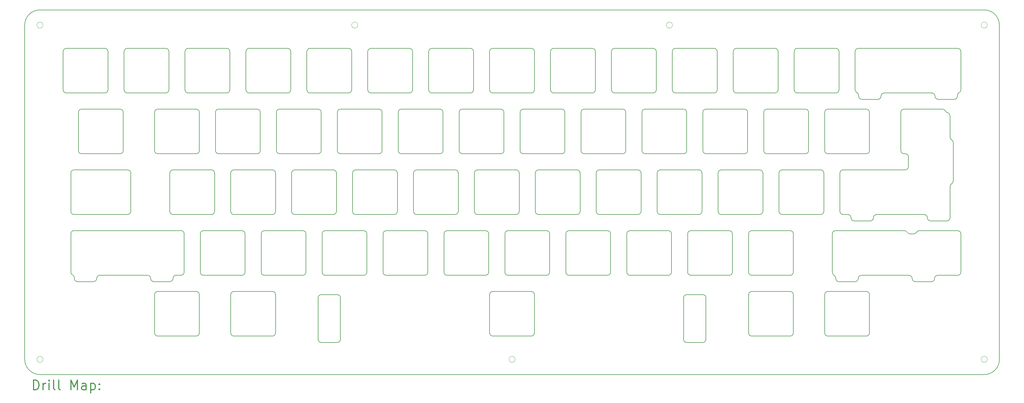
<source format=gbr>
%FSLAX45Y45*%
G04 Gerber Fmt 4.5, Leading zero omitted, Abs format (unit mm)*
G04 Created by KiCad (PCBNEW 5.1.10-88a1d61d58~90~ubuntu21.04.1) date 2021-09-17 14:10:36*
%MOMM*%
%LPD*%
G01*
G04 APERTURE LIST*
%TA.AperFunction,Profile*%
%ADD10C,0.200000*%
%TD*%
%TA.AperFunction,Profile*%
%ADD11C,0.050000*%
%TD*%
%ADD12C,0.200000*%
%ADD13C,0.300000*%
G04 APERTURE END LIST*
D10*
X5783100Y-6568220D02*
X35310600Y-6568220D01*
X5306850Y-17521970D02*
X5306850Y-7044470D01*
X35310600Y-17998220D02*
X5783100Y-17998220D01*
X35786850Y-7044470D02*
X35786850Y-17521970D01*
X30799069Y-11682414D02*
G75*
G02*
X30899069Y-11582414I100000J0D01*
G01*
X10897052Y-14887284D02*
G75*
G02*
X10797052Y-14787284I0J100000D01*
G01*
X24579560Y-12882283D02*
X24579560Y-11682282D01*
X6848925Y-12982283D02*
G75*
G02*
X6748925Y-12882283I0J100000D01*
G01*
X16483305Y-10977282D02*
G75*
G02*
X16383305Y-11077282I-100000J0D01*
G01*
X6610800Y-9172281D02*
G75*
G02*
X6510800Y-9072281I0J100000D01*
G01*
X29242187Y-15392284D02*
G75*
G02*
X29342187Y-15492284I0J-100000D01*
G01*
X29342187Y-16692285D02*
X29342187Y-15492284D01*
X27089561Y-12982283D02*
X28289562Y-12982283D01*
X29370812Y-7872280D02*
X29370812Y-9072281D01*
X19945807Y-9172281D02*
G75*
G02*
X19845807Y-9072281I0J100000D01*
G01*
X25184560Y-12982283D02*
X26384561Y-12982283D01*
X19845807Y-7872280D02*
G75*
G02*
X19945807Y-7772280I100000J0D01*
G01*
X21145808Y-7772280D02*
G75*
G02*
X21245808Y-7872280I0J-100000D01*
G01*
X29342062Y-14787284D02*
G75*
G02*
X29242062Y-14887284I-100000J0D01*
G01*
X16035805Y-7872280D02*
X16035805Y-9072281D01*
X21245808Y-16692285D02*
X21245808Y-15492284D01*
X14578304Y-10977282D02*
G75*
G02*
X14478304Y-11077282I-100000J0D01*
G01*
X13178303Y-9777281D02*
X13178303Y-10977282D01*
X13754554Y-12982283D02*
G75*
G02*
X13654554Y-12882283I0J100000D01*
G01*
X23627059Y-14787284D02*
G75*
G02*
X23527059Y-14887284I-100000J0D01*
G01*
X16135805Y-9172281D02*
G75*
G02*
X16035805Y-9072281I0J100000D01*
G01*
X25432060Y-13487283D02*
G75*
G02*
X25532060Y-13587283I0J-100000D01*
G01*
X26610185Y-16892285D02*
G75*
G02*
X26510185Y-16992285I-100000J0D01*
G01*
X26010184Y-16992285D02*
X26510185Y-16992285D01*
X26010184Y-16992285D02*
G75*
G02*
X25910184Y-16892285I0J100000D01*
G01*
X25532060Y-14787284D02*
X25532060Y-13587283D01*
X34242194Y-13082414D02*
X34242194Y-12103119D01*
X30799069Y-11682414D02*
X30799069Y-12882414D01*
X31145894Y-13082414D02*
X31145894Y-13082414D01*
X34242194Y-9886114D02*
X34242194Y-10556709D01*
X34292194Y-10643312D02*
G75*
G02*
X34342194Y-10729914I-50000J-86603D01*
G01*
X34163216Y-9788348D02*
G75*
G02*
X34242194Y-9886114I-21021J-97766D01*
G01*
X30899069Y-12982414D02*
X31045894Y-12982414D01*
X34242194Y-13082414D02*
G75*
G02*
X34142194Y-13182414I-100000J0D01*
G01*
X16007055Y-14787284D02*
G75*
G02*
X15907055Y-14887284I-100000J0D01*
G01*
X12325803Y-9172281D02*
X13525804Y-9172281D01*
X16612055Y-14887284D02*
X17812056Y-14887284D01*
X12325803Y-9172281D02*
G75*
G02*
X12225803Y-9072281I0J100000D01*
G01*
X13754554Y-12982283D02*
X14954554Y-12982283D01*
X15054554Y-12882283D02*
G75*
G02*
X14954554Y-12982283I-100000J0D01*
G01*
X11373303Y-11077282D02*
X12573303Y-11077282D01*
X23279559Y-12982283D02*
G75*
G02*
X23179559Y-12882283I0J100000D01*
G01*
X20322057Y-13587283D02*
X20322057Y-14787284D01*
X28994562Y-12982283D02*
G75*
G02*
X28894562Y-12882283I0J100000D01*
G01*
X7810801Y-7772280D02*
X6610800Y-7772280D01*
X7810801Y-7772280D02*
G75*
G02*
X7910801Y-7872280I0J-100000D01*
G01*
X27913311Y-10977282D02*
G75*
G02*
X27813311Y-11077282I-100000J0D01*
G01*
X30323313Y-9777281D02*
X30323313Y-10977282D01*
X24579560Y-12882283D02*
G75*
G02*
X24479560Y-12982283I-100000J0D01*
G01*
X11244552Y-12882283D02*
X11244552Y-11682282D01*
X16988306Y-9777281D02*
G75*
G02*
X17088306Y-9677281I100000J0D01*
G01*
X18288306Y-9677281D02*
G75*
G02*
X18388306Y-9777281I0J-100000D01*
G01*
X15083304Y-9777281D02*
G75*
G02*
X15183305Y-9677281I100000J0D01*
G01*
X18893307Y-9777281D02*
G75*
G02*
X18993307Y-9677281I100000J0D01*
G01*
X20293307Y-10977282D02*
X20293307Y-9777281D01*
X15080805Y-15492284D02*
X14581179Y-15492284D01*
X14481179Y-15592284D02*
X14481179Y-16892285D01*
X31623439Y-15392284D02*
G75*
G02*
X31723439Y-15492284I0J-100000D01*
G01*
X14581179Y-16992285D02*
G75*
G02*
X14481179Y-16892285I0J100000D01*
G01*
X9368176Y-15492284D02*
X9368176Y-16692285D01*
X9368176Y-15492284D02*
G75*
G02*
X9468176Y-15392284I100000J0D01*
G01*
X30323313Y-15492284D02*
G75*
G02*
X30423313Y-15392284I100000J0D01*
G01*
X32804069Y-11077414D02*
G75*
G02*
X32704069Y-10977414I0J100000D01*
G01*
X19945807Y-9172281D02*
X21145808Y-9172281D01*
X6748925Y-11682282D02*
X6748925Y-12882283D01*
X11849553Y-12982283D02*
G75*
G02*
X11749553Y-12882283I0J100000D01*
G01*
X19845807Y-7872280D02*
X19845807Y-9072281D01*
X31623313Y-9677281D02*
X30423313Y-9677281D01*
X31723314Y-10977282D02*
X31723314Y-9777281D01*
X27813311Y-9677281D02*
X26613311Y-9677281D01*
X11749428Y-15492284D02*
X11749428Y-16692285D01*
X9815802Y-9072281D02*
X9815802Y-7872280D01*
X12225803Y-7872280D02*
G75*
G02*
X12325803Y-7772280I100000J0D01*
G01*
X13525804Y-7772280D02*
X12325803Y-7772280D01*
X13525804Y-7772280D02*
G75*
G02*
X13625804Y-7872280I0J-100000D01*
G01*
X13625804Y-9072281D02*
X13625804Y-7872280D01*
X17940806Y-7872280D02*
G75*
G02*
X18040806Y-7772280I100000J0D01*
G01*
X6748925Y-11682282D02*
G75*
G02*
X6848925Y-11582282I100000J0D01*
G01*
X25532060Y-14787284D02*
G75*
G02*
X25432060Y-14887284I-100000J0D01*
G01*
X20898308Y-11077282D02*
X22098308Y-11077282D01*
X10668302Y-15392284D02*
X9468176Y-15392284D01*
X14607054Y-13587283D02*
G75*
G02*
X14707054Y-13487283I100000J0D01*
G01*
X15907055Y-13487283D02*
X14707054Y-13487283D01*
X15907055Y-13487283D02*
G75*
G02*
X16007055Y-13587283I0J-100000D01*
G01*
X16007055Y-14787284D02*
X16007055Y-13587283D01*
X26037060Y-13587283D02*
G75*
G02*
X26137060Y-13487283I100000J0D01*
G01*
X31946389Y-12982283D02*
X33433989Y-12982283D01*
X34163215Y-9788348D02*
G75*
G02*
X34094153Y-9733998I21021J97766D01*
G01*
X32842194Y-11077414D02*
X32804069Y-11077414D01*
X34242194Y-12103119D02*
G75*
G02*
X34292194Y-12016516I100000J0D01*
G01*
X33633990Y-13182283D02*
X34142239Y-13182283D01*
X31245894Y-13182414D02*
X31746389Y-13182283D01*
X34004069Y-9677414D02*
G75*
G02*
X34094153Y-9733998I0J-100000D01*
G01*
X32804069Y-9677414D02*
X34004069Y-9677414D01*
X14481179Y-15592284D02*
G75*
G02*
X14581179Y-15492284I100000J0D01*
G01*
X18764557Y-11582282D02*
G75*
G02*
X18864557Y-11682282I0J-100000D01*
G01*
X18864557Y-12882283D02*
G75*
G02*
X18764557Y-12982283I-100000J0D01*
G01*
X15559555Y-11682282D02*
X15559555Y-12882283D01*
X16859556Y-11582282D02*
X15659555Y-11582282D01*
X18517056Y-14887284D02*
G75*
G02*
X18417056Y-14787284I0J100000D01*
G01*
X20798308Y-9777281D02*
G75*
G02*
X20898308Y-9677281I100000J0D01*
G01*
X22098308Y-9677281D02*
G75*
G02*
X22198308Y-9777281I0J-100000D01*
G01*
X29718312Y-9677281D02*
G75*
G02*
X29818312Y-9777281I0J-100000D01*
G01*
X14230804Y-9172281D02*
G75*
G02*
X14130804Y-9072281I0J100000D01*
G01*
X8387051Y-10977282D02*
G75*
G02*
X8287051Y-11077282I-100000J0D01*
G01*
X30423313Y-11077282D02*
G75*
G02*
X30323313Y-10977282I0J100000D01*
G01*
X28042062Y-16792285D02*
G75*
G02*
X27942061Y-16692285I0J100000D01*
G01*
X17088306Y-11077282D02*
G75*
G02*
X16988306Y-10977282I0J100000D01*
G01*
X19817057Y-14787284D02*
G75*
G02*
X19717057Y-14887284I-100000J0D01*
G01*
X13149553Y-12882283D02*
X13149553Y-11682282D01*
X8515801Y-9172281D02*
G75*
G02*
X8415801Y-9072281I0J100000D01*
G01*
X23179559Y-11682282D02*
G75*
G02*
X23279559Y-11582282I100000J0D01*
G01*
X24479560Y-11582282D02*
X23279559Y-11582282D01*
X24479560Y-11582282D02*
G75*
G02*
X24579560Y-11682282I0J-100000D01*
G01*
X25084560Y-11682282D02*
G75*
G02*
X25184560Y-11582282I100000J0D01*
G01*
X26384561Y-11582282D02*
X25184560Y-11582282D01*
X26384561Y-11582282D02*
G75*
G02*
X26484561Y-11682282I0J-100000D01*
G01*
X26484561Y-12882283D02*
X26484561Y-11682282D01*
X28894562Y-11682282D02*
G75*
G02*
X28994562Y-11582282I100000J0D01*
G01*
X30194563Y-11582282D02*
X28994562Y-11582282D01*
X30194563Y-11582282D02*
G75*
G02*
X30294563Y-11682282I0J-100000D01*
G01*
X30294563Y-12882283D02*
X30294563Y-11682282D01*
X8387051Y-10977282D02*
X8387051Y-9777281D01*
X25660810Y-9172281D02*
G75*
G02*
X25560810Y-9072281I0J100000D01*
G01*
X13654554Y-11682282D02*
X13654554Y-12882283D01*
X28894562Y-11682282D02*
X28894562Y-12882283D01*
X7658414Y-14884874D02*
X9146014Y-14884874D01*
X10192839Y-13484874D02*
G75*
G02*
X10292839Y-13584874I0J-100000D01*
G01*
X9946014Y-14984874D02*
X9946014Y-14984874D01*
X9346014Y-15084874D02*
X9846014Y-15084874D01*
X10046014Y-14884874D02*
X10192839Y-14884874D01*
X6958414Y-15084874D02*
G75*
G02*
X6858414Y-14984874I0J100000D01*
G01*
X6804064Y-14873846D02*
G75*
G02*
X6749714Y-14784874I45650J88972D01*
G01*
X34292194Y-10643311D02*
G75*
G02*
X34242194Y-10556709I50000J86603D01*
G01*
X17435806Y-9072281D02*
G75*
G02*
X17335806Y-9172281I-100000J0D01*
G01*
X9468176Y-16792285D02*
G75*
G02*
X9368176Y-16692285I0J100000D01*
G01*
X18388306Y-10977282D02*
X18388306Y-9777281D01*
X21374558Y-12982283D02*
G75*
G02*
X21274558Y-12882283I0J100000D01*
G01*
X20293307Y-10977282D02*
G75*
G02*
X20193307Y-11077282I-100000J0D01*
G01*
X24232059Y-14887284D02*
G75*
G02*
X24132059Y-14787284I0J100000D01*
G01*
X21145808Y-15392284D02*
G75*
G02*
X21245808Y-15492284I0J-100000D01*
G01*
X11749428Y-15492284D02*
G75*
G02*
X11849428Y-15392284I100000J0D01*
G01*
X19846181Y-15492284D02*
G75*
G02*
X19946182Y-15392284I100000J0D01*
G01*
X31623439Y-15392284D02*
X30423313Y-15392284D01*
X25560810Y-7872280D02*
X25560810Y-9072281D01*
X30423313Y-11077282D02*
X31623313Y-11077282D01*
X24132059Y-13587283D02*
X24132059Y-14787284D01*
X26513311Y-9777281D02*
X26513311Y-10977282D01*
X11849428Y-16792285D02*
X13049553Y-16792285D01*
X9368301Y-9777281D02*
G75*
G02*
X9468302Y-9677281I100000J0D01*
G01*
X28042062Y-14887284D02*
X29242062Y-14887284D01*
X18993307Y-11077282D02*
G75*
G02*
X18893307Y-10977282I0J100000D01*
G01*
X7087050Y-11077282D02*
G75*
G02*
X6987050Y-10977282I0J100000D01*
G01*
X24132059Y-13587283D02*
G75*
G02*
X24232059Y-13487283I100000J0D01*
G01*
X6610800Y-9172281D02*
X7810801Y-9172281D01*
X26137060Y-14887284D02*
G75*
G02*
X26037060Y-14787284I0J100000D01*
G01*
X21750808Y-7872280D02*
X21750808Y-9072281D01*
X15430805Y-7772280D02*
X14230804Y-7772280D01*
X31723439Y-16692285D02*
G75*
G02*
X31623439Y-16792285I-100000J0D01*
G01*
X15659555Y-12982283D02*
X16859556Y-12982283D01*
X14707054Y-14887284D02*
G75*
G02*
X14607054Y-14787284I0J100000D01*
G01*
X13149554Y-16692285D02*
G75*
G02*
X13049553Y-16792285I-100000J0D01*
G01*
X26484561Y-12882283D02*
G75*
G02*
X26384561Y-12982283I-100000J0D01*
G01*
X9944552Y-12982283D02*
X11144552Y-12982283D01*
X9944552Y-12982283D02*
G75*
G02*
X9844552Y-12882283I0J100000D01*
G01*
X18040806Y-9172281D02*
G75*
G02*
X17940806Y-9072281I0J100000D01*
G01*
X14130804Y-7872280D02*
X14130804Y-9072281D01*
X11273302Y-9777281D02*
X11273302Y-10977282D01*
X17564556Y-12982283D02*
G75*
G02*
X17464556Y-12882283I0J100000D01*
G01*
X21374558Y-12982283D02*
X22574559Y-12982283D01*
X32942194Y-11482414D02*
X32942194Y-11177414D01*
X32942194Y-11482414D02*
G75*
G02*
X32842194Y-11582414I-100000J0D01*
G01*
X31846389Y-13082283D02*
G75*
G02*
X31746389Y-13182283I-100000J0D01*
G01*
X31846389Y-13082283D02*
G75*
G02*
X31946389Y-12982283I100000J0D01*
G01*
X34342194Y-10729914D02*
X34342194Y-11929914D01*
X33633990Y-13182283D02*
G75*
G02*
X33533989Y-13082283I0J100000D01*
G01*
X34342194Y-11929914D02*
G75*
G02*
X34292194Y-12016516I-100000J0D01*
G01*
X33433989Y-12982283D02*
G75*
G02*
X33533989Y-13082283I0J-100000D01*
G01*
X12702053Y-13587283D02*
G75*
G02*
X12802053Y-13487283I100000J0D01*
G01*
X6848925Y-12982283D02*
X8525176Y-12982283D01*
X12097053Y-13487283D02*
X10897052Y-13487283D01*
X12802053Y-14887284D02*
G75*
G02*
X12702053Y-14787284I0J100000D01*
G01*
X29470812Y-9172281D02*
G75*
G02*
X29370812Y-9072281I0J100000D01*
G01*
X28865812Y-9072281D02*
G75*
G02*
X28765812Y-9172281I-100000J0D01*
G01*
X14607054Y-13587283D02*
X14607054Y-14787284D01*
X9468176Y-16792285D02*
X10668302Y-16792285D01*
X26037060Y-13587283D02*
X26037060Y-14787284D01*
X19946182Y-16792285D02*
G75*
G02*
X19846182Y-16692285I0J100000D01*
G01*
X8625176Y-12882283D02*
G75*
G02*
X8525176Y-12982283I-100000J0D01*
G01*
X30615950Y-14887482D02*
G75*
G02*
X30670138Y-14987284I-64812J-99802D01*
G01*
X30560939Y-13587283D02*
G75*
G02*
X30660939Y-13487283I100000J0D01*
G01*
X34480940Y-13487283D02*
X33280939Y-13487283D01*
X32987144Y-13587283D02*
G75*
G02*
X32900542Y-13537283I0J100000D01*
G01*
X30615889Y-14887577D02*
G75*
G02*
X30560938Y-14787284I64049J100293D01*
G01*
X33757740Y-14987284D02*
G75*
G02*
X33657740Y-15087284I-100000J0D01*
G01*
X31370138Y-14987284D02*
G75*
G02*
X31270138Y-15087284I-100000J0D01*
G01*
X31470138Y-14887284D02*
X32957739Y-14887284D01*
X31723439Y-16692285D02*
X31723439Y-15492284D01*
X13049553Y-15392284D02*
X11849428Y-15392284D01*
X19846182Y-15492284D02*
X19846182Y-16692285D01*
X10668302Y-15392284D02*
G75*
G02*
X10768302Y-15492284I0J-100000D01*
G01*
X13049553Y-15392284D02*
G75*
G02*
X13149553Y-15492284I0J-100000D01*
G01*
X21145808Y-15392284D02*
X19946182Y-15392284D01*
X25184560Y-12982283D02*
G75*
G02*
X25084560Y-12882283I0J100000D01*
G01*
X25910184Y-15592284D02*
X25910184Y-16892285D01*
X26960811Y-9072281D02*
X26960811Y-7872280D01*
X21145808Y-7772280D02*
X19945807Y-7772280D01*
X26989561Y-11682282D02*
G75*
G02*
X27089561Y-11582282I100000J0D01*
G01*
X21245808Y-9072281D02*
X21245808Y-7872280D01*
X8415801Y-7872280D02*
G75*
G02*
X8515801Y-7772280I100000J0D01*
G01*
X9715802Y-7772280D02*
X8515801Y-7772280D01*
X9715802Y-7772280D02*
G75*
G02*
X9815802Y-7872280I0J-100000D01*
G01*
X9146014Y-14884874D02*
G75*
G02*
X9246014Y-14984874I0J-100000D01*
G01*
X6858414Y-14984874D02*
X6858414Y-14962819D01*
X7558414Y-14984874D02*
G75*
G02*
X7658414Y-14884874I100000J0D01*
G01*
X6849714Y-13484874D02*
X10192839Y-13484874D01*
X9346014Y-15084874D02*
G75*
G02*
X9246014Y-14984874I0J100000D01*
G01*
X10292839Y-14784874D02*
G75*
G02*
X10192839Y-14884874I-100000J0D01*
G01*
X6958414Y-15084874D02*
X7458414Y-15084874D01*
X7558414Y-14984874D02*
G75*
G02*
X7458414Y-15084874I-100000J0D01*
G01*
X34580940Y-14787284D02*
X34580940Y-13587283D01*
X30770138Y-15087284D02*
G75*
G02*
X30670138Y-14987284I0J100000D01*
G01*
X33157739Y-15087284D02*
X33657740Y-15087284D01*
X33857740Y-14887284D02*
X34480940Y-14887284D01*
X33157739Y-15087284D02*
G75*
G02*
X33057739Y-14987284I0J100000D01*
G01*
X33107734Y-13587283D02*
X32987144Y-13587283D01*
X34480940Y-13487283D02*
G75*
G02*
X34580940Y-13587283I0J-100000D01*
G01*
X31370138Y-14987284D02*
G75*
G02*
X31470138Y-14887284I100000J0D01*
G01*
X10768302Y-10977282D02*
X10768302Y-9777281D01*
X10768302Y-10977282D02*
G75*
G02*
X10668302Y-11077282I-100000J0D01*
G01*
X9468302Y-11077282D02*
X10668302Y-11077282D01*
X16988306Y-9777281D02*
X16988306Y-10977282D01*
X18288306Y-9677281D02*
X17088306Y-9677281D01*
X15083305Y-9777281D02*
X15083305Y-10977282D01*
X16383305Y-9677281D02*
G75*
G02*
X16483305Y-9777281I0J-100000D01*
G01*
X20193307Y-9677281D02*
G75*
G02*
X20293307Y-9777281I0J-100000D01*
G01*
X13178303Y-9777281D02*
G75*
G02*
X13278304Y-9677281I100000J0D01*
G01*
X12225803Y-7872280D02*
X12225803Y-9072281D01*
X6749714Y-13584874D02*
X6749714Y-14784874D01*
X9246014Y-14984874D02*
X9246014Y-14984874D01*
X6804064Y-14873846D02*
G75*
G02*
X6858414Y-14962819I-45650J-88972D01*
G01*
X10292839Y-13584874D02*
X10292839Y-14784874D01*
X7558414Y-14984874D02*
X7558414Y-14984874D01*
X6749714Y-13584874D02*
G75*
G02*
X6849714Y-13484874I100000J0D01*
G01*
X9946014Y-14984874D02*
G75*
G02*
X9846014Y-15084874I-100000J0D01*
G01*
X9946014Y-14984874D02*
G75*
G02*
X10046014Y-14884874I100000J0D01*
G01*
X31384513Y-9250225D02*
X31384513Y-9272281D01*
X34580813Y-9072281D02*
X34580813Y-7872280D01*
X33872115Y-9372281D02*
X34372115Y-9372281D01*
X34526463Y-9161253D02*
G75*
G03*
X34472113Y-9250225I45650J-88972D01*
G01*
X31330163Y-9161252D02*
G75*
G02*
X31275813Y-9072280I45650J88972D01*
G01*
X34480315Y-7772280D02*
X31375314Y-7772280D01*
X34472115Y-9272281D02*
G75*
G02*
X34372115Y-9372281I-100000J0D01*
G01*
X33857740Y-14887284D02*
G75*
G03*
X33757740Y-14987284I0J-100000D01*
G01*
X29818312Y-10977282D02*
X29818312Y-9777281D01*
X24608310Y-9777281D02*
G75*
G02*
X24708310Y-9677281I100000J0D01*
G01*
X25908310Y-9677281D02*
X24708310Y-9677281D01*
X25908310Y-9677281D02*
G75*
G02*
X26008310Y-9777281I0J-100000D01*
G01*
X22703309Y-9777281D02*
G75*
G02*
X22803309Y-9677281I100000J0D01*
G01*
X24003309Y-9677281D02*
X22803309Y-9677281D01*
X24003309Y-9677281D02*
G75*
G02*
X24103309Y-9777281I0J-100000D01*
G01*
X24103309Y-10977282D02*
X24103309Y-9777281D01*
X16483305Y-10977282D02*
X16483305Y-9777281D01*
X18388306Y-10977282D02*
G75*
G02*
X18288306Y-11077282I-100000J0D01*
G01*
X30423313Y-16792285D02*
G75*
G02*
X30323313Y-16692285I0J100000D01*
G01*
X19240807Y-7772280D02*
X18040806Y-7772280D01*
X19240807Y-7772280D02*
G75*
G02*
X19340807Y-7872280I0J-100000D01*
G01*
X19340807Y-9072281D02*
X19340807Y-7872280D01*
X15430805Y-7772280D02*
G75*
G02*
X15530805Y-7872280I0J-100000D01*
G01*
X15530805Y-9072281D02*
X15530805Y-7872280D01*
X15530805Y-9072281D02*
G75*
G02*
X15430805Y-9172281I-100000J0D01*
G01*
X14230804Y-9172281D02*
X15430805Y-9172281D01*
X16035805Y-7872280D02*
G75*
G02*
X16135805Y-7772280I100000J0D01*
G01*
X17335806Y-7772280D02*
X16135805Y-7772280D01*
X17335806Y-7772280D02*
G75*
G02*
X17435806Y-7872280I0J-100000D01*
G01*
X17435806Y-9072281D02*
X17435806Y-7872280D01*
X21750808Y-7872280D02*
G75*
G02*
X21850808Y-7772280I100000J0D01*
G01*
X23050809Y-7772280D02*
X21850808Y-7772280D01*
X23050809Y-7772280D02*
G75*
G02*
X23150809Y-7872280I0J-100000D01*
G01*
X23150809Y-9072281D02*
X23150809Y-7872280D01*
X11620803Y-7772280D02*
G75*
G02*
X11720803Y-7872280I0J-100000D01*
G01*
X8525176Y-11582282D02*
G75*
G02*
X8625176Y-11682282I0J-100000D01*
G01*
X26008310Y-10977282D02*
G75*
G02*
X25908310Y-11077282I-100000J0D01*
G01*
X16383305Y-9677281D02*
X15183305Y-9677281D01*
X20193307Y-9677281D02*
X18993307Y-9677281D01*
X32957739Y-14887284D02*
G75*
G02*
X33057739Y-14987284I0J-100000D01*
G01*
X32813939Y-13487283D02*
X30660939Y-13487283D01*
X30560938Y-13587283D02*
X30560938Y-14787284D01*
X32813939Y-13487283D02*
G75*
G02*
X32900542Y-13537283I0J-100000D01*
G01*
X30770138Y-15087284D02*
X31270138Y-15087284D01*
X33194337Y-13537283D02*
G75*
G02*
X33280939Y-13487283I86603J-50000D01*
G01*
X34580940Y-14787284D02*
G75*
G02*
X34480940Y-14887284I-100000J0D01*
G01*
X33107734Y-13587283D02*
G75*
G03*
X33194337Y-13537283I0J100000D01*
G01*
X8515801Y-9172281D02*
X9715802Y-9172281D01*
X26989561Y-11682282D02*
X26989561Y-12882283D01*
X27465811Y-7872280D02*
G75*
G02*
X27565811Y-7772280I100000J0D01*
G01*
X28765812Y-7772280D02*
X27565811Y-7772280D01*
X28765812Y-7772280D02*
G75*
G02*
X28865812Y-7872280I0J-100000D01*
G01*
X28865812Y-9072281D02*
X28865812Y-7872280D01*
X15183305Y-11077282D02*
X16383305Y-11077282D01*
X29342187Y-16692285D02*
G75*
G02*
X29242187Y-16792285I-100000J0D01*
G01*
X28042062Y-16792285D02*
X29242187Y-16792285D01*
X10668302Y-9677281D02*
X9468302Y-9677281D01*
X10768302Y-16692285D02*
G75*
G02*
X10668302Y-16792285I-100000J0D01*
G01*
X8525176Y-11582282D02*
X6848925Y-11582282D01*
X8625176Y-12882283D02*
X8625176Y-11682282D01*
X31723314Y-10977282D02*
G75*
G02*
X31623313Y-11077282I-100000J0D01*
G01*
X14581179Y-16992285D02*
X15080805Y-16992285D01*
X25432060Y-13487283D02*
X24232059Y-13487283D01*
X20422057Y-14887284D02*
X21622058Y-14887284D01*
X24708310Y-11077282D02*
X25908310Y-11077282D01*
X24103309Y-10977282D02*
G75*
G02*
X24003309Y-11077282I-100000J0D01*
G01*
X20769558Y-12882283D02*
G75*
G02*
X20669558Y-12982283I-100000J0D01*
G01*
X24608310Y-9777281D02*
X24608310Y-10977282D01*
X12197053Y-14787284D02*
X12197053Y-13587283D01*
X10897052Y-14887284D02*
X12097053Y-14887284D01*
X16959556Y-12882283D02*
G75*
G02*
X16859556Y-12982283I-100000J0D01*
G01*
X9468302Y-11077282D02*
G75*
G02*
X9368302Y-10977282I0J100000D01*
G01*
X28994562Y-12982283D02*
X30194563Y-12982283D01*
X22803309Y-11077282D02*
G75*
G02*
X22703309Y-10977282I0J100000D01*
G01*
X16959556Y-12882283D02*
X16959556Y-11682282D01*
X31330163Y-9161252D02*
G75*
G02*
X31384513Y-9250225I-45650J-88972D01*
G01*
X32184514Y-9172281D02*
X33672115Y-9172281D01*
X32084514Y-9272281D02*
G75*
G02*
X31984514Y-9372281I-100000J0D01*
G01*
X31275813Y-7872280D02*
G75*
G02*
X31375813Y-7772280I100000J0D01*
G01*
X32084514Y-9272281D02*
G75*
G02*
X32184514Y-9172281I100000J0D01*
G01*
X33672115Y-9172281D02*
G75*
G02*
X33772115Y-9272281I0J-100000D01*
G01*
X31484513Y-9372281D02*
X31984514Y-9372281D01*
X34526463Y-9161253D02*
G75*
G03*
X34580813Y-9072281I-45650J88972D01*
G01*
X31484513Y-9372281D02*
G75*
G02*
X31384513Y-9272281I0J100000D01*
G01*
X31275813Y-7872280D02*
X31275813Y-9072280D01*
X33872115Y-9372281D02*
G75*
G02*
X33772115Y-9272281I0J100000D01*
G01*
X34480813Y-7772280D02*
G75*
G02*
X34580813Y-7872280I0J-100000D01*
G01*
X34472113Y-9250225D02*
X34472115Y-9272281D01*
X29370812Y-7872280D02*
G75*
G02*
X29470812Y-7772280I100000J0D01*
G01*
X17812056Y-13487283D02*
X16612055Y-13487283D01*
X17912056Y-14787284D02*
X17912056Y-13587283D01*
X23527059Y-13487283D02*
G75*
G02*
X23627059Y-13587283I0J-100000D01*
G01*
X23627059Y-14787284D02*
X23627059Y-13587283D01*
X30770813Y-9072281D02*
X30770813Y-7872280D01*
X25560810Y-7872280D02*
G75*
G02*
X25660810Y-7772280I100000J0D01*
G01*
X15080805Y-15492284D02*
G75*
G02*
X15180805Y-15592284I0J-100000D01*
G01*
X26860811Y-7772280D02*
X25660810Y-7772280D01*
X26860811Y-7772280D02*
G75*
G02*
X26960811Y-7872280I0J-100000D01*
G01*
X17464556Y-11682282D02*
X17464556Y-12882283D01*
X16512055Y-13587283D02*
X16512055Y-14787284D01*
X28518312Y-11077282D02*
X29718312Y-11077282D01*
X11849428Y-16792285D02*
G75*
G02*
X11749428Y-16692285I0J100000D01*
G01*
X27942061Y-15492284D02*
X27942061Y-16692285D01*
X22198309Y-10977282D02*
G75*
G02*
X22098308Y-11077282I-100000J0D01*
G01*
X28518312Y-11077282D02*
G75*
G02*
X28418312Y-10977282I0J100000D01*
G01*
X7910801Y-9072281D02*
X7910801Y-7872280D01*
X28418312Y-9777281D02*
G75*
G02*
X28518312Y-9677281I100000J0D01*
G01*
X14102054Y-14787284D02*
G75*
G02*
X14002054Y-14887284I-100000J0D01*
G01*
X27337061Y-13487283D02*
X26137060Y-13487283D01*
X19817057Y-14787284D02*
X19817057Y-13587283D01*
X13625804Y-9072281D02*
G75*
G02*
X13525804Y-9172281I-100000J0D01*
G01*
X19369557Y-11682282D02*
X19369557Y-12882283D01*
X23755809Y-9172281D02*
G75*
G02*
X23655809Y-9072281I0J100000D01*
G01*
X15183305Y-11077282D02*
G75*
G02*
X15083305Y-10977282I0J100000D01*
G01*
X11620803Y-7772280D02*
X10420802Y-7772280D01*
X15180805Y-16892285D02*
G75*
G02*
X15080805Y-16992285I-100000J0D01*
G01*
X16612055Y-14887284D02*
G75*
G02*
X16512055Y-14787284I0J100000D01*
G01*
X22574559Y-11582282D02*
X21374558Y-11582282D01*
X22574559Y-11582282D02*
G75*
G02*
X22674559Y-11682282I0J-100000D01*
G01*
X11749553Y-11682282D02*
X11749553Y-12882283D01*
X11749553Y-11682282D02*
G75*
G02*
X11849553Y-11582282I100000J0D01*
G01*
X13049553Y-11582282D02*
X11849553Y-11582282D01*
X30770813Y-9072281D02*
G75*
G02*
X30670813Y-9172281I-100000J0D01*
G01*
X13049553Y-11582282D02*
G75*
G02*
X13149553Y-11682282I0J-100000D01*
G01*
X13654554Y-11682282D02*
G75*
G02*
X13754554Y-11582282I100000J0D01*
G01*
X14954554Y-11582282D02*
X13754554Y-11582282D01*
X14954554Y-11582282D02*
G75*
G02*
X15054554Y-11682282I0J-100000D01*
G01*
X15054554Y-12882283D02*
X15054554Y-11682282D01*
X18764557Y-11582282D02*
X17564556Y-11582282D01*
X12702053Y-13587283D02*
X12702053Y-14787284D01*
X22803309Y-11077282D02*
X24003309Y-11077282D01*
X26137060Y-14887284D02*
X27337061Y-14887284D01*
X8415801Y-7872280D02*
X8415801Y-9072281D01*
X18993307Y-11077282D02*
X20193307Y-11077282D01*
X10320802Y-7872280D02*
X10320802Y-9072281D01*
X13278304Y-11077282D02*
X14478304Y-11077282D01*
X14478304Y-9677281D02*
X13278304Y-9677281D01*
X14478304Y-9677281D02*
G75*
G02*
X14578304Y-9777281I0J-100000D01*
G01*
X14578304Y-10977282D02*
X14578304Y-9777281D01*
X11273302Y-9777281D02*
G75*
G02*
X11373303Y-9677281I100000J0D01*
G01*
X12573303Y-9677281D02*
X11373303Y-9677281D01*
X12573303Y-9677281D02*
G75*
G02*
X12673303Y-9777281I0J-100000D01*
G01*
X12673303Y-10977282D02*
X12673303Y-9777281D01*
X23655809Y-7872280D02*
G75*
G02*
X23755809Y-7772280I100000J0D01*
G01*
X24955810Y-7772280D02*
X23755809Y-7772280D01*
X24955810Y-7772280D02*
G75*
G02*
X25055810Y-7872280I0J-100000D01*
G01*
X25055810Y-9072281D02*
X25055810Y-7872280D01*
X29818313Y-10977282D02*
G75*
G02*
X29718312Y-11077282I-100000J0D01*
G01*
X21850808Y-9172281D02*
X23050809Y-9172281D01*
X14002054Y-13487283D02*
X12802053Y-13487283D01*
X26613311Y-11077282D02*
X27813311Y-11077282D01*
X11373303Y-11077282D02*
G75*
G02*
X11273302Y-10977282I0J100000D01*
G01*
X22703309Y-9777281D02*
X22703309Y-10977282D01*
X32704069Y-9777414D02*
G75*
G02*
X32804069Y-9677414I100000J0D01*
G01*
X18417056Y-13587283D02*
X18417056Y-14787284D01*
X9815802Y-9072281D02*
G75*
G02*
X9715802Y-9172281I-100000J0D01*
G01*
X22674559Y-12882283D02*
G75*
G02*
X22574559Y-12982283I-100000J0D01*
G01*
X19946182Y-16792285D02*
X21145808Y-16792285D01*
X10797052Y-13587283D02*
X10797052Y-14787284D01*
X32704069Y-9777414D02*
X32704069Y-10977414D01*
X11720803Y-9072281D02*
X11720803Y-7872280D01*
X11720803Y-9072281D02*
G75*
G02*
X11620803Y-9172281I-100000J0D01*
G01*
X10420802Y-9172281D02*
X11620803Y-9172281D01*
X17940806Y-7872280D02*
X17940806Y-9072281D01*
X13278304Y-11077282D02*
G75*
G02*
X13178303Y-10977282I0J100000D01*
G01*
X13149553Y-12882283D02*
G75*
G02*
X13049553Y-12982283I-100000J0D01*
G01*
X11849553Y-12982283D02*
X13049553Y-12982283D01*
X18893307Y-9777281D02*
X18893307Y-10977282D01*
X14130804Y-7872280D02*
G75*
G02*
X14230804Y-7772280I100000J0D01*
G01*
X30670813Y-7772280D02*
X29470812Y-7772280D01*
X30670813Y-7772280D02*
G75*
G02*
X30770813Y-7872280I0J-100000D01*
G01*
X22227059Y-13587283D02*
G75*
G02*
X22327059Y-13487283I100000J0D01*
G01*
X21622058Y-13487283D02*
X20422057Y-13487283D01*
X21722058Y-14787284D02*
X21722058Y-13587283D01*
X29242062Y-13487283D02*
X28042062Y-13487283D01*
X10797052Y-13587283D02*
G75*
G02*
X10897052Y-13487283I100000J0D01*
G01*
X14707054Y-14887284D02*
X15907055Y-14887284D01*
X6510800Y-7872280D02*
G75*
G02*
X6610800Y-7772280I100000J0D01*
G01*
X18864557Y-12882283D02*
X18864557Y-11682282D01*
X17564556Y-12982283D02*
X18764557Y-12982283D01*
X15559555Y-11682282D02*
G75*
G02*
X15659555Y-11582282I100000J0D01*
G01*
X16859556Y-11582282D02*
G75*
G02*
X16959556Y-11682282I0J-100000D01*
G01*
X26610185Y-16892285D02*
X26610185Y-15592284D01*
X22098308Y-9677281D02*
X20898308Y-9677281D01*
X22198308Y-10977282D02*
X22198308Y-9777281D01*
X29718312Y-9677281D02*
X28518312Y-9677281D01*
X27565811Y-9172281D02*
X28765812Y-9172281D01*
X22327059Y-14887284D02*
X23527059Y-14887284D01*
X15659555Y-12982283D02*
G75*
G02*
X15559555Y-12882283I0J100000D01*
G01*
X11244552Y-12882283D02*
G75*
G02*
X11144552Y-12982283I-100000J0D01*
G01*
X31045894Y-12982414D02*
G75*
G02*
X31145894Y-13082414I0J-100000D01*
G01*
X28042062Y-14887284D02*
G75*
G02*
X27942061Y-14787284I0J100000D01*
G01*
X7910801Y-9072281D02*
G75*
G02*
X7810801Y-9172281I-100000J0D01*
G01*
X10768302Y-16692285D02*
X10768302Y-15492284D01*
X27942061Y-15492284D02*
G75*
G02*
X28042062Y-15392284I100000J0D01*
G01*
X23755809Y-9172281D02*
X24955810Y-9172281D01*
X26008310Y-10977282D02*
X26008310Y-9777281D01*
X7087050Y-11077282D02*
X8287051Y-11077282D01*
X19469557Y-12982283D02*
X20669558Y-12982283D01*
X25055810Y-9072281D02*
G75*
G02*
X24955810Y-9172281I-100000J0D01*
G01*
X24708310Y-11077282D02*
G75*
G02*
X24608310Y-10977282I0J100000D01*
G01*
X30899069Y-12982414D02*
G75*
G02*
X30799069Y-12882414I0J100000D01*
G01*
X22227058Y-13587283D02*
X22227058Y-14787284D01*
X18417056Y-13587283D02*
G75*
G02*
X18517056Y-13487283I100000J0D01*
G01*
X24232059Y-14887284D02*
X25432060Y-14887284D01*
X19717057Y-13487283D02*
X18517056Y-13487283D01*
X27337061Y-13487283D02*
G75*
G02*
X27437061Y-13587283I0J-100000D01*
G01*
X13149553Y-16692285D02*
X13149553Y-15492284D01*
X16512055Y-13587283D02*
G75*
G02*
X16612055Y-13487283I100000J0D01*
G01*
X17812056Y-13487283D02*
G75*
G02*
X17912056Y-13587283I0J-100000D01*
G01*
X23527059Y-13487283D02*
X22327059Y-13487283D01*
X20322057Y-13587283D02*
G75*
G02*
X20422057Y-13487283I100000J0D01*
G01*
X21622058Y-13487283D02*
G75*
G02*
X21722058Y-13587283I0J-100000D01*
G01*
X27942062Y-13587283D02*
G75*
G02*
X28042062Y-13487283I100000J0D01*
G01*
X23655809Y-7872280D02*
X23655809Y-9072281D01*
X26510185Y-15492284D02*
G75*
G02*
X26610185Y-15592284I0J-100000D01*
G01*
X23279559Y-12982283D02*
X24479560Y-12982283D01*
X29470812Y-9172281D02*
X30670813Y-9172281D01*
X20898308Y-11077282D02*
G75*
G02*
X20798308Y-10977282I0J100000D01*
G01*
X30323313Y-15492284D02*
X30323313Y-16692285D01*
X26613311Y-11077282D02*
G75*
G02*
X26513311Y-10977282I0J100000D01*
G01*
X19340807Y-9072281D02*
G75*
G02*
X19240807Y-9172281I-100000J0D01*
G01*
X27437061Y-14787284D02*
G75*
G02*
X27337061Y-14887284I-100000J0D01*
G01*
X26960811Y-9072281D02*
G75*
G02*
X26860811Y-9172281I-100000J0D01*
G01*
X23150809Y-9072281D02*
G75*
G02*
X23050809Y-9172281I-100000J0D01*
G01*
X25660810Y-9172281D02*
X26860811Y-9172281D01*
X32842194Y-11077414D02*
G75*
G02*
X32942194Y-11177414I0J-100000D01*
G01*
X30899069Y-11582414D02*
X32842194Y-11582414D01*
X29242187Y-15392284D02*
X28042062Y-15392284D01*
X21722058Y-14787284D02*
G75*
G02*
X21622058Y-14887284I-100000J0D01*
G01*
X12673303Y-10977282D02*
G75*
G02*
X12573303Y-11077282I-100000J0D01*
G01*
X6510800Y-7872280D02*
X6510800Y-9072281D01*
X27942061Y-13587283D02*
X27942061Y-14787284D01*
X27465811Y-7872280D02*
X27465811Y-9072281D01*
X28389562Y-12882283D02*
G75*
G02*
X28289562Y-12982283I-100000J0D01*
G01*
X19469557Y-12982283D02*
G75*
G02*
X19369557Y-12882283I0J100000D01*
G01*
X30323313Y-9777281D02*
G75*
G02*
X30423313Y-9677281I100000J0D01*
G01*
X31623313Y-9677281D02*
G75*
G02*
X31723314Y-9777281I0J-100000D01*
G01*
X26513311Y-9777281D02*
G75*
G02*
X26613311Y-9677281I100000J0D01*
G01*
X27813311Y-9677281D02*
G75*
G02*
X27913311Y-9777281I0J-100000D01*
G01*
X27913311Y-10977282D02*
X27913311Y-9777281D01*
X6987050Y-9777281D02*
X6987050Y-10977282D01*
X6987050Y-9777281D02*
G75*
G02*
X7087050Y-9677281I100000J0D01*
G01*
X8287051Y-9677281D02*
X7087050Y-9677281D01*
X8287051Y-9677281D02*
G75*
G02*
X8387051Y-9777281I0J-100000D01*
G01*
X10668302Y-9677281D02*
G75*
G02*
X10768302Y-9777281I0J-100000D01*
G01*
X9844552Y-11682282D02*
X9844552Y-12882283D01*
X9844552Y-11682282D02*
G75*
G02*
X9944552Y-11582282I100000J0D01*
G01*
X11144552Y-11582282D02*
X9944552Y-11582282D01*
X11144552Y-11582282D02*
G75*
G02*
X11244552Y-11682282I0J-100000D01*
G01*
X19717057Y-13487283D02*
G75*
G02*
X19817057Y-13587283I0J-100000D01*
G01*
X27437061Y-14787284D02*
X27437061Y-13587283D01*
X9368302Y-9777281D02*
X9368302Y-10977282D01*
X17088306Y-11077282D02*
X18288306Y-11077282D01*
X25910184Y-15592284D02*
G75*
G02*
X26010184Y-15492284I100000J0D01*
G01*
X25084560Y-11682282D02*
X25084560Y-12882283D01*
X29242062Y-13487283D02*
G75*
G02*
X29342062Y-13587283I0J-100000D01*
G01*
X29342062Y-14787284D02*
X29342062Y-13587283D01*
X14002054Y-13487283D02*
G75*
G02*
X14102054Y-13587283I0J-100000D01*
G01*
X14102054Y-14787284D02*
X14102054Y-13587283D01*
X12802053Y-14887284D02*
X14002054Y-14887284D01*
X12097053Y-13487283D02*
G75*
G02*
X12197053Y-13587283I0J-100000D01*
G01*
X12197053Y-14787284D02*
G75*
G02*
X12097053Y-14887284I-100000J0D01*
G01*
X28289562Y-11582282D02*
X27089561Y-11582282D01*
X28289562Y-11582282D02*
G75*
G02*
X28389562Y-11682282I0J-100000D01*
G01*
X28389562Y-12882283D02*
X28389562Y-11682282D01*
X23179559Y-11682282D02*
X23179559Y-12882283D01*
X21245808Y-16692285D02*
G75*
G02*
X21145808Y-16792285I-100000J0D01*
G01*
X18040806Y-9172281D02*
X19240807Y-9172281D01*
X17912056Y-14787284D02*
G75*
G02*
X17812056Y-14887284I-100000J0D01*
G01*
X30423313Y-16792285D02*
X31623439Y-16792285D01*
X19369557Y-11682282D02*
G75*
G02*
X19469557Y-11582282I100000J0D01*
G01*
X20669558Y-11582282D02*
X19469557Y-11582282D01*
X20669558Y-11582282D02*
G75*
G02*
X20769558Y-11682282I0J-100000D01*
G01*
X15180805Y-16892285D02*
X15180805Y-15592284D01*
X20769558Y-12882283D02*
X20769558Y-11682282D01*
X18517056Y-14887284D02*
X19717057Y-14887284D01*
X21274558Y-11682282D02*
X21274558Y-12882283D01*
X30294563Y-12882283D02*
G75*
G02*
X30194563Y-12982283I-100000J0D01*
G01*
X21274558Y-11682282D02*
G75*
G02*
X21374558Y-11582282I100000J0D01*
G01*
X21850808Y-9172281D02*
G75*
G02*
X21750808Y-9072281I0J100000D01*
G01*
X21245808Y-9072281D02*
G75*
G02*
X21145808Y-9172281I-100000J0D01*
G01*
X20422057Y-14887284D02*
G75*
G02*
X20322057Y-14787284I0J100000D01*
G01*
X17464556Y-11682282D02*
G75*
G02*
X17564556Y-11582282I100000J0D01*
G01*
X27089561Y-12982283D02*
G75*
G02*
X26989561Y-12882283I0J100000D01*
G01*
X22674559Y-12882283D02*
X22674559Y-11682282D01*
X10320802Y-7872280D02*
G75*
G02*
X10420802Y-7772280I100000J0D01*
G01*
X20798308Y-9777281D02*
X20798308Y-10977282D01*
X10420802Y-9172281D02*
G75*
G02*
X10320802Y-9072281I0J100000D01*
G01*
X16135805Y-9172281D02*
X17335806Y-9172281D01*
X22327059Y-14887284D02*
G75*
G02*
X22227058Y-14787284I0J100000D01*
G01*
X28418312Y-9777281D02*
X28418312Y-10977282D01*
X27565811Y-9172281D02*
G75*
G02*
X27465811Y-9072281I0J100000D01*
G01*
X26510185Y-15492284D02*
X26010184Y-15492284D01*
X31245894Y-13182414D02*
G75*
G02*
X31145894Y-13082414I0J100000D01*
G01*
D11*
X25563270Y-7044470D02*
G75*
G03*
X25563270Y-7044470I-95000J0D01*
G01*
X35405600Y-7044470D02*
G75*
G03*
X35405600Y-7044470I-95000J0D01*
G01*
X15720940Y-7044470D02*
G75*
G03*
X15720940Y-7044470I-95000J0D01*
G01*
D10*
X35310600Y-6568220D02*
G75*
G02*
X35786850Y-7044470I0J-476250D01*
G01*
X35786850Y-17521970D02*
G75*
G02*
X35310600Y-17998220I-476250J0D01*
G01*
X5783100Y-17998220D02*
G75*
G02*
X5306850Y-17521970I0J476250D01*
G01*
X5306850Y-7044470D02*
G75*
G02*
X5783100Y-6568220I476250J0D01*
G01*
D11*
X5878100Y-17521970D02*
G75*
G03*
X5878100Y-17521970I-95000J0D01*
G01*
X35405600Y-17521970D02*
G75*
G03*
X35405600Y-17521970I-95000J0D01*
G01*
X20642110Y-17521970D02*
G75*
G03*
X20642110Y-17521970I-95000J0D01*
G01*
X5878100Y-7044470D02*
G75*
G03*
X5878100Y-7044470I-95000J0D01*
G01*
D12*
D13*
X5583278Y-18473934D02*
X5583278Y-18173934D01*
X5654707Y-18173934D01*
X5697564Y-18188220D01*
X5726136Y-18216792D01*
X5740421Y-18245363D01*
X5754707Y-18302506D01*
X5754707Y-18345363D01*
X5740421Y-18402506D01*
X5726136Y-18431077D01*
X5697564Y-18459649D01*
X5654707Y-18473934D01*
X5583278Y-18473934D01*
X5883278Y-18473934D02*
X5883278Y-18273934D01*
X5883278Y-18331077D02*
X5897564Y-18302506D01*
X5911850Y-18288220D01*
X5940421Y-18273934D01*
X5968993Y-18273934D01*
X6068993Y-18473934D02*
X6068993Y-18273934D01*
X6068993Y-18173934D02*
X6054707Y-18188220D01*
X6068993Y-18202506D01*
X6083278Y-18188220D01*
X6068993Y-18173934D01*
X6068993Y-18202506D01*
X6254707Y-18473934D02*
X6226136Y-18459649D01*
X6211850Y-18431077D01*
X6211850Y-18173934D01*
X6411850Y-18473934D02*
X6383278Y-18459649D01*
X6368993Y-18431077D01*
X6368993Y-18173934D01*
X6754707Y-18473934D02*
X6754707Y-18173934D01*
X6854707Y-18388220D01*
X6954707Y-18173934D01*
X6954707Y-18473934D01*
X7226136Y-18473934D02*
X7226136Y-18316792D01*
X7211850Y-18288220D01*
X7183278Y-18273934D01*
X7126136Y-18273934D01*
X7097564Y-18288220D01*
X7226136Y-18459649D02*
X7197564Y-18473934D01*
X7126136Y-18473934D01*
X7097564Y-18459649D01*
X7083278Y-18431077D01*
X7083278Y-18402506D01*
X7097564Y-18373934D01*
X7126136Y-18359649D01*
X7197564Y-18359649D01*
X7226136Y-18345363D01*
X7368993Y-18273934D02*
X7368993Y-18573934D01*
X7368993Y-18288220D02*
X7397564Y-18273934D01*
X7454707Y-18273934D01*
X7483278Y-18288220D01*
X7497564Y-18302506D01*
X7511850Y-18331077D01*
X7511850Y-18416792D01*
X7497564Y-18445363D01*
X7483278Y-18459649D01*
X7454707Y-18473934D01*
X7397564Y-18473934D01*
X7368993Y-18459649D01*
X7640421Y-18445363D02*
X7654707Y-18459649D01*
X7640421Y-18473934D01*
X7626136Y-18459649D01*
X7640421Y-18445363D01*
X7640421Y-18473934D01*
X7640421Y-18288220D02*
X7654707Y-18302506D01*
X7640421Y-18316792D01*
X7626136Y-18302506D01*
X7640421Y-18288220D01*
X7640421Y-18316792D01*
M02*

</source>
